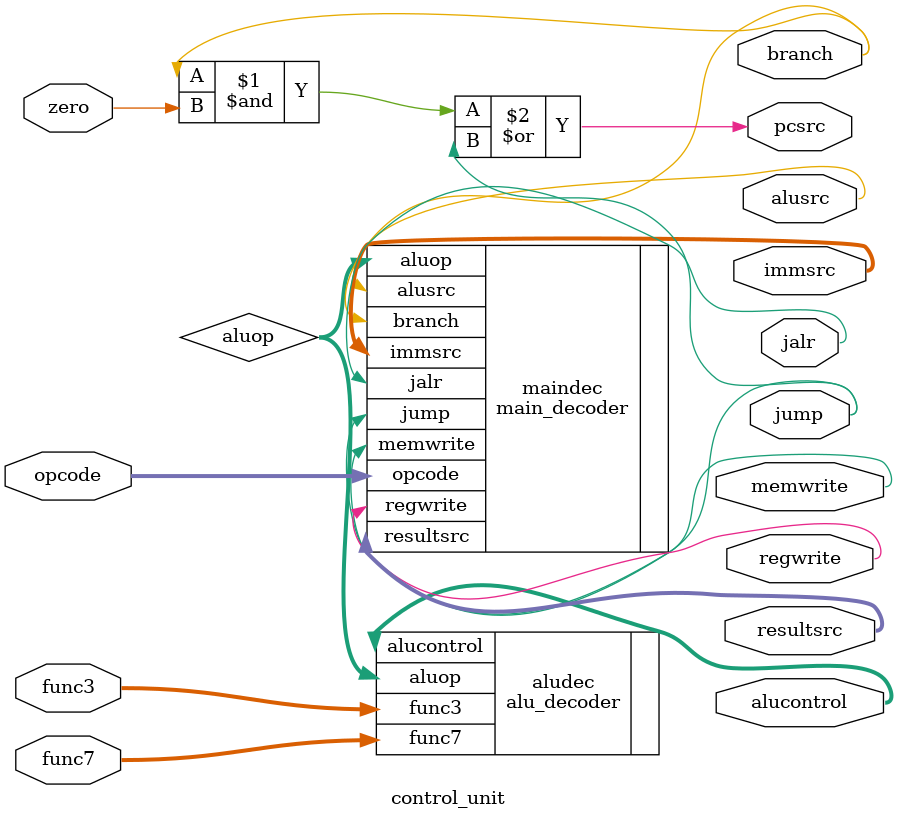
<source format=sv>
module control_unit(
    input  logic [6:0] opcode,
    input  logic [2:0] func3,
    input  logic [6:0] func7,
    input  logic       zero,
    output logic       pcsrc,
    output logic       alusrc,
    output logic       branch,
    output logic       jump,
    output logic       jalr,
    output logic       regwrite,
    output logic       memwrite,
    output logic [1:0] resultsrc,
    output logic [2:0] immsrc,
    output logic [2:0] alucontrol
);

    logic [1:0] aluop;

    // main decoder produces high-level control and aluop
    main_decoder maindec (
        .opcode(opcode),
        .branch(branch),
        .jump(jump),
        .jalr(jalr),
        .alusrc(alusrc),
        .regwrite(regwrite),
        .memwrite(memwrite),
        .resultsrc(resultsrc),
        .immsrc(immsrc),
        .aluop(aluop)
    );

    // alu decoder turns aluop + funct fields into exact ALU control
    alu_decoder aludec (
        .func3(func3),
        .func7(func7),
        .aluop(aluop),
        .alucontrol(alucontrol)
    );

    // PC source logic
    assign pcsrc = (branch & zero) | jump;

endmodule

</source>
